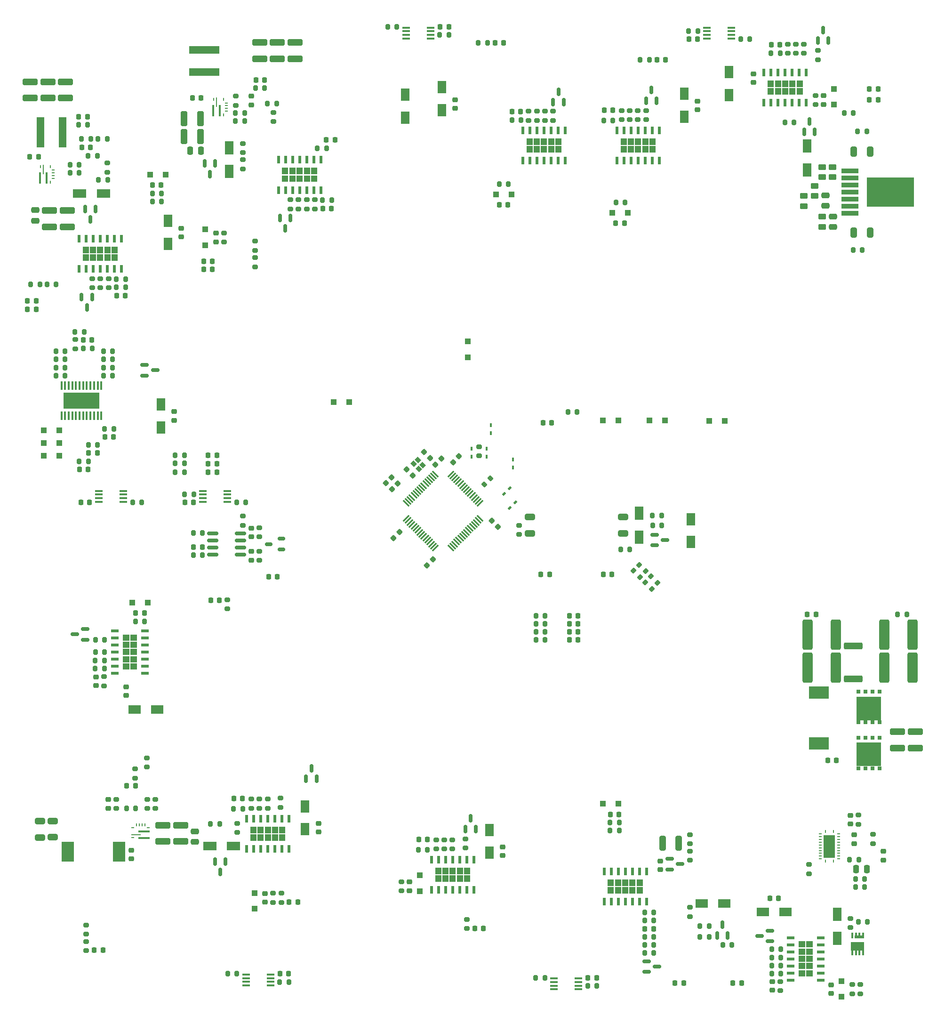
<source format=gbr>
%TF.GenerationSoftware,KiCad,Pcbnew,8.0.5*%
%TF.CreationDate,2025-02-03T18:43:32+01:00*%
%TF.ProjectId,FT25_PDU,46543235-5f50-4445-952e-6b696361645f,V1.2*%
%TF.SameCoordinates,Original*%
%TF.FileFunction,Paste,Top*%
%TF.FilePolarity,Positive*%
%FSLAX46Y46*%
G04 Gerber Fmt 4.6, Leading zero omitted, Abs format (unit mm)*
G04 Created by KiCad (PCBNEW 8.0.5) date 2025-02-03 18:43:32*
%MOMM*%
%LPD*%
G01*
G04 APERTURE LIST*
G04 Aperture macros list*
%AMRoundRect*
0 Rectangle with rounded corners*
0 $1 Rounding radius*
0 $2 $3 $4 $5 $6 $7 $8 $9 X,Y pos of 4 corners*
0 Add a 4 corners polygon primitive as box body*
4,1,4,$2,$3,$4,$5,$6,$7,$8,$9,$2,$3,0*
0 Add four circle primitives for the rounded corners*
1,1,$1+$1,$2,$3*
1,1,$1+$1,$4,$5*
1,1,$1+$1,$6,$7*
1,1,$1+$1,$8,$9*
0 Add four rect primitives between the rounded corners*
20,1,$1+$1,$2,$3,$4,$5,0*
20,1,$1+$1,$4,$5,$6,$7,0*
20,1,$1+$1,$6,$7,$8,$9,0*
20,1,$1+$1,$8,$9,$2,$3,0*%
%AMRotRect*
0 Rectangle, with rotation*
0 The origin of the aperture is its center*
0 $1 length*
0 $2 width*
0 $3 Rotation angle, in degrees counterclockwise*
0 Add horizontal line*
21,1,$1,$2,0,0,$3*%
G04 Aperture macros list end*
%ADD10C,0.000000*%
%ADD11RoundRect,0.200000X0.275000X-0.200000X0.275000X0.200000X-0.275000X0.200000X-0.275000X-0.200000X0*%
%ADD12RoundRect,0.200000X-0.275000X0.200000X-0.275000X-0.200000X0.275000X-0.200000X0.275000X0.200000X0*%
%ADD13RoundRect,0.250000X1.100000X-0.325000X1.100000X0.325000X-1.100000X0.325000X-1.100000X-0.325000X0*%
%ADD14R,0.507200X1.456100*%
%ADD15R,1.550000X2.200000*%
%ADD16RoundRect,0.200000X-0.200000X-0.275000X0.200000X-0.275000X0.200000X0.275000X-0.200000X0.275000X0*%
%ADD17RoundRect,0.150000X-0.150000X0.587500X-0.150000X-0.587500X0.150000X-0.587500X0.150000X0.587500X0*%
%ADD18RoundRect,0.150000X0.150000X-0.587500X0.150000X0.587500X-0.150000X0.587500X-0.150000X-0.587500X0*%
%ADD19RoundRect,0.250000X0.325000X1.100000X-0.325000X1.100000X-0.325000X-1.100000X0.325000X-1.100000X0*%
%ADD20RoundRect,0.218750X0.218750X0.256250X-0.218750X0.256250X-0.218750X-0.256250X0.218750X-0.256250X0*%
%ADD21R,0.420000X0.670000*%
%ADD22RoundRect,0.250000X0.300000X0.300000X-0.300000X0.300000X-0.300000X-0.300000X0.300000X-0.300000X0*%
%ADD23RoundRect,0.225000X-0.250000X0.225000X-0.250000X-0.225000X0.250000X-0.225000X0.250000X0.225000X0*%
%ADD24RoundRect,0.250000X-0.300000X0.300000X-0.300000X-0.300000X0.300000X-0.300000X0.300000X0.300000X0*%
%ADD25RoundRect,0.225000X0.225000X0.250000X-0.225000X0.250000X-0.225000X-0.250000X0.225000X-0.250000X0*%
%ADD26R,1.550000X2.350000*%
%ADD27RoundRect,0.250000X-0.650000X0.325000X-0.650000X-0.325000X0.650000X-0.325000X0.650000X0.325000X0*%
%ADD28RoundRect,0.225000X0.250000X-0.225000X0.250000X0.225000X-0.250000X0.225000X-0.250000X-0.225000X0*%
%ADD29RoundRect,0.225000X-0.225000X-0.250000X0.225000X-0.250000X0.225000X0.250000X-0.225000X0.250000X0*%
%ADD30RoundRect,0.200000X0.200000X0.275000X-0.200000X0.275000X-0.200000X-0.275000X0.200000X-0.275000X0*%
%ADD31R,2.200000X1.550000*%
%ADD32RoundRect,0.250000X-0.450000X0.262500X-0.450000X-0.262500X0.450000X-0.262500X0.450000X0.262500X0*%
%ADD33RoundRect,0.150000X0.587500X0.150000X-0.587500X0.150000X-0.587500X-0.150000X0.587500X-0.150000X0*%
%ADD34R,2.350000X1.550000*%
%ADD35RoundRect,0.150000X0.512500X0.150000X-0.512500X0.150000X-0.512500X-0.150000X0.512500X-0.150000X0*%
%ADD36RoundRect,0.250000X-0.475000X0.250000X-0.475000X-0.250000X0.475000X-0.250000X0.475000X0.250000X0*%
%ADD37RotRect,0.420000X0.670000X315.000000*%
%ADD38RoundRect,0.225000X0.017678X-0.335876X0.335876X-0.017678X-0.017678X0.335876X-0.335876X0.017678X0*%
%ADD39RoundRect,0.250000X0.450000X-0.262500X0.450000X0.262500X-0.450000X0.262500X-0.450000X-0.262500X0*%
%ADD40RoundRect,0.250000X-0.650000X-2.450000X0.650000X-2.450000X0.650000X2.450000X-0.650000X2.450000X0*%
%ADD41RoundRect,0.250000X0.650000X-0.325000X0.650000X0.325000X-0.650000X0.325000X-0.650000X-0.325000X0*%
%ADD42RoundRect,0.250000X0.300000X-0.300000X0.300000X0.300000X-0.300000X0.300000X-0.300000X-0.300000X0*%
%ADD43RoundRect,0.150000X-0.587500X-0.150000X0.587500X-0.150000X0.587500X0.150000X-0.587500X0.150000X0*%
%ADD44R,1.456100X0.507200*%
%ADD45RoundRect,0.250000X-0.325000X-0.650000X0.325000X-0.650000X0.325000X0.650000X-0.325000X0.650000X0*%
%ADD46R,0.600000X0.250000*%
%ADD47R,0.250000X0.600000*%
%ADD48R,0.250000X1.700000*%
%ADD49R,0.400000X2.100000*%
%ADD50RoundRect,0.200000X0.335876X0.053033X0.053033X0.335876X-0.335876X-0.053033X-0.053033X-0.335876X0*%
%ADD51RoundRect,0.250000X0.250000X0.475000X-0.250000X0.475000X-0.250000X-0.475000X0.250000X-0.475000X0*%
%ADD52R,1.475000X0.450000*%
%ADD53RoundRect,0.218750X-0.218750X-0.256250X0.218750X-0.256250X0.218750X0.256250X-0.218750X0.256250X0*%
%ADD54RoundRect,0.225000X-0.017678X0.335876X-0.335876X0.017678X0.017678X-0.335876X0.335876X-0.017678X0*%
%ADD55RoundRect,0.075000X-0.548008X0.441942X0.441942X-0.548008X0.548008X-0.441942X-0.441942X0.548008X0*%
%ADD56RoundRect,0.075000X-0.548008X-0.441942X-0.441942X-0.548008X0.548008X0.441942X0.441942X0.548008X0*%
%ADD57R,1.450000X5.500000*%
%ADD58R,0.381000X1.016000*%
%ADD59R,2.360000X1.522000*%
%ADD60R,1.701800X0.611400*%
%ADD61RoundRect,0.250000X-1.100000X0.325000X-1.100000X-0.325000X1.100000X-0.325000X1.100000X0.325000X0*%
%ADD62RoundRect,0.225000X-0.335876X-0.017678X-0.017678X-0.335876X0.335876X0.017678X0.017678X0.335876X0*%
%ADD63R,0.675000X0.750000*%
%ADD64R,0.675000X0.655000*%
%ADD65R,0.655000X0.675000*%
%ADD66R,4.510000X4.295000*%
%ADD67RoundRect,0.250000X1.425000X-0.362500X1.425000X0.362500X-1.425000X0.362500X-1.425000X-0.362500X0*%
%ADD68RotRect,0.875000X0.775000X135.000000*%
%ADD69RoundRect,0.250000X0.475000X-0.250000X0.475000X0.250000X-0.475000X0.250000X-0.475000X-0.250000X0*%
%ADD70RoundRect,0.225000X0.335876X0.017678X0.017678X0.335876X-0.335876X-0.017678X-0.017678X-0.335876X0*%
%ADD71R,0.450000X1.525000*%
%ADD72R,6.500000X2.870000*%
%ADD73RoundRect,0.250000X0.312500X1.075000X-0.312500X1.075000X-0.312500X-1.075000X0.312500X-1.075000X0*%
%ADD74R,2.300000X3.600000*%
%ADD75R,3.060000X0.890000*%
%ADD76R,8.540000X5.350000*%
%ADD77R,1.700000X0.250000*%
%ADD78R,2.100000X0.400000*%
%ADD79R,5.500000X1.450000*%
%ADD80R,3.600000X2.300000*%
%ADD81RoundRect,0.250000X-0.250000X-0.475000X0.250000X-0.475000X0.250000X0.475000X-0.250000X0.475000X0*%
%ADD82R,2.100000X4.100000*%
%ADD83RoundRect,0.150000X-0.825000X-0.150000X0.825000X-0.150000X0.825000X0.150000X-0.825000X0.150000X0*%
%ADD84RoundRect,0.250000X-0.300000X-0.300000X0.300000X-0.300000X0.300000X0.300000X-0.300000X0.300000X0*%
%ADD85RoundRect,0.250000X0.650000X2.450000X-0.650000X2.450000X-0.650000X-2.450000X0.650000X-2.450000X0*%
%ADD86RoundRect,0.200000X-0.053033X0.335876X-0.335876X0.053033X0.053033X-0.335876X0.335876X-0.053033X0*%
G04 APERTURE END LIST*
D10*
%TO.C,IC2*%
G36*
X160968280Y-83549799D02*
G01*
X159867800Y-83549799D01*
X159867800Y-82378199D01*
X160968280Y-82378199D01*
X160968280Y-83549799D01*
G37*
G36*
X160968280Y-84921399D02*
G01*
X159867800Y-84921399D01*
X159867800Y-83749799D01*
X160968280Y-83749799D01*
X160968280Y-84921399D01*
G37*
G36*
X162268760Y-83549799D02*
G01*
X161168280Y-83549799D01*
X161168280Y-82378199D01*
X162268760Y-82378199D01*
X162268760Y-83549799D01*
G37*
G36*
X162268760Y-84921399D02*
G01*
X161168280Y-84921399D01*
X161168280Y-83749799D01*
X162268760Y-83749799D01*
X162268760Y-84921399D01*
G37*
G36*
X163569240Y-83549799D02*
G01*
X162468760Y-83549799D01*
X162468760Y-82378199D01*
X163569240Y-82378199D01*
X163569240Y-83549799D01*
G37*
G36*
X163569240Y-84921399D02*
G01*
X162468760Y-84921399D01*
X162468760Y-83749799D01*
X163569240Y-83749799D01*
X163569240Y-84921399D01*
G37*
G36*
X164869720Y-83549799D02*
G01*
X163769240Y-83549799D01*
X163769240Y-82378199D01*
X164869720Y-82378199D01*
X164869720Y-83549799D01*
G37*
G36*
X164869720Y-84921399D02*
G01*
X163769240Y-84921399D01*
X163769240Y-83749799D01*
X164869720Y-83749799D01*
X164869720Y-84921399D01*
G37*
G36*
X166170200Y-83549799D02*
G01*
X165069720Y-83549799D01*
X165069720Y-82378199D01*
X166170200Y-82378199D01*
X166170200Y-83549799D01*
G37*
G36*
X166170200Y-84921399D02*
G01*
X165069720Y-84921399D01*
X165069720Y-83749799D01*
X166170200Y-83749799D01*
X166170200Y-84921399D01*
G37*
%TO.C,IC3*%
G36*
X221850280Y-78260200D02*
G01*
X220749800Y-78260200D01*
X220749800Y-77088600D01*
X221850280Y-77088600D01*
X221850280Y-78260200D01*
G37*
G36*
X221850280Y-79631800D02*
G01*
X220749800Y-79631800D01*
X220749800Y-78460200D01*
X221850280Y-78460200D01*
X221850280Y-79631800D01*
G37*
G36*
X223150760Y-78260200D02*
G01*
X222050280Y-78260200D01*
X222050280Y-77088600D01*
X223150760Y-77088600D01*
X223150760Y-78260200D01*
G37*
G36*
X223150760Y-79631800D02*
G01*
X222050280Y-79631800D01*
X222050280Y-78460200D01*
X223150760Y-78460200D01*
X223150760Y-79631800D01*
G37*
G36*
X224451240Y-78260200D02*
G01*
X223350760Y-78260200D01*
X223350760Y-77088600D01*
X224451240Y-77088600D01*
X224451240Y-78260200D01*
G37*
G36*
X224451240Y-79631800D02*
G01*
X223350760Y-79631800D01*
X223350760Y-78460200D01*
X224451240Y-78460200D01*
X224451240Y-79631800D01*
G37*
G36*
X225751720Y-78260200D02*
G01*
X224651240Y-78260200D01*
X224651240Y-77088600D01*
X225751720Y-77088600D01*
X225751720Y-78260200D01*
G37*
G36*
X225751720Y-79631800D02*
G01*
X224651240Y-79631800D01*
X224651240Y-78460200D01*
X225751720Y-78460200D01*
X225751720Y-79631800D01*
G37*
G36*
X227052200Y-78260200D02*
G01*
X225951720Y-78260200D01*
X225951720Y-77088600D01*
X227052200Y-77088600D01*
X227052200Y-78260200D01*
G37*
G36*
X227052200Y-79631800D02*
G01*
X225951720Y-79631800D01*
X225951720Y-78460200D01*
X227052200Y-78460200D01*
X227052200Y-79631800D01*
G37*
%TO.C,IC6*%
G36*
X155250280Y-202070200D02*
G01*
X154149800Y-202070200D01*
X154149800Y-200898600D01*
X155250280Y-200898600D01*
X155250280Y-202070200D01*
G37*
G36*
X155250280Y-203441800D02*
G01*
X154149800Y-203441800D01*
X154149800Y-202270200D01*
X155250280Y-202270200D01*
X155250280Y-203441800D01*
G37*
G36*
X156550760Y-202070200D02*
G01*
X155450280Y-202070200D01*
X155450280Y-200898600D01*
X156550760Y-200898600D01*
X156550760Y-202070200D01*
G37*
G36*
X156550760Y-203441800D02*
G01*
X155450280Y-203441800D01*
X155450280Y-202270200D01*
X156550760Y-202270200D01*
X156550760Y-203441800D01*
G37*
G36*
X157851240Y-202070200D02*
G01*
X156750760Y-202070200D01*
X156750760Y-200898600D01*
X157851240Y-200898600D01*
X157851240Y-202070200D01*
G37*
G36*
X157851240Y-203441800D02*
G01*
X156750760Y-203441800D01*
X156750760Y-202270200D01*
X157851240Y-202270200D01*
X157851240Y-203441800D01*
G37*
G36*
X159151720Y-202070200D02*
G01*
X158051240Y-202070200D01*
X158051240Y-200898600D01*
X159151720Y-200898600D01*
X159151720Y-202070200D01*
G37*
G36*
X159151720Y-203441800D02*
G01*
X158051240Y-203441800D01*
X158051240Y-202270200D01*
X159151720Y-202270200D01*
X159151720Y-203441800D01*
G37*
G36*
X160452200Y-202070200D02*
G01*
X159351720Y-202070200D01*
X159351720Y-200898600D01*
X160452200Y-200898600D01*
X160452200Y-202070200D01*
G37*
G36*
X160452200Y-203441800D02*
G01*
X159351720Y-203441800D01*
X159351720Y-202270200D01*
X160452200Y-202270200D01*
X160452200Y-203441800D01*
G37*
%TO.C,IC8*%
G36*
X132400201Y-167408280D02*
G01*
X131228601Y-167408280D01*
X131228601Y-166307800D01*
X132400201Y-166307800D01*
X132400201Y-167408280D01*
G37*
G36*
X132400201Y-168708760D02*
G01*
X131228601Y-168708760D01*
X131228601Y-167608280D01*
X132400201Y-167608280D01*
X132400201Y-168708760D01*
G37*
G36*
X132400201Y-170009240D02*
G01*
X131228601Y-170009240D01*
X131228601Y-168908760D01*
X132400201Y-168908760D01*
X132400201Y-170009240D01*
G37*
G36*
X132400201Y-171309720D02*
G01*
X131228601Y-171309720D01*
X131228601Y-170209240D01*
X132400201Y-170209240D01*
X132400201Y-171309720D01*
G37*
G36*
X132400201Y-172610200D02*
G01*
X131228601Y-172610200D01*
X131228601Y-171509720D01*
X132400201Y-171509720D01*
X132400201Y-172610200D01*
G37*
G36*
X133771801Y-167408280D02*
G01*
X132600201Y-167408280D01*
X132600201Y-166307800D01*
X133771801Y-166307800D01*
X133771801Y-167408280D01*
G37*
G36*
X133771801Y-168708760D02*
G01*
X132600201Y-168708760D01*
X132600201Y-167608280D01*
X133771801Y-167608280D01*
X133771801Y-168708760D01*
G37*
G36*
X133771801Y-170009240D02*
G01*
X132600201Y-170009240D01*
X132600201Y-168908760D01*
X133771801Y-168908760D01*
X133771801Y-170009240D01*
G37*
G36*
X133771801Y-171309720D02*
G01*
X132600201Y-171309720D01*
X132600201Y-170209240D01*
X133771801Y-170209240D01*
X133771801Y-171309720D01*
G37*
G36*
X133771801Y-172610200D02*
G01*
X132600201Y-172610200D01*
X132600201Y-171509720D01*
X133771801Y-171509720D01*
X133771801Y-172610200D01*
G37*
%TO.C,IC5*%
G36*
X188490280Y-209410201D02*
G01*
X187389800Y-209410201D01*
X187389800Y-208238601D01*
X188490280Y-208238601D01*
X188490280Y-209410201D01*
G37*
G36*
X188490280Y-210781801D02*
G01*
X187389800Y-210781801D01*
X187389800Y-209610201D01*
X188490280Y-209610201D01*
X188490280Y-210781801D01*
G37*
G36*
X189790760Y-209410201D02*
G01*
X188690280Y-209410201D01*
X188690280Y-208238601D01*
X189790760Y-208238601D01*
X189790760Y-209410201D01*
G37*
G36*
X189790760Y-210781801D02*
G01*
X188690280Y-210781801D01*
X188690280Y-209610201D01*
X189790760Y-209610201D01*
X189790760Y-210781801D01*
G37*
G36*
X191091240Y-209410201D02*
G01*
X189990760Y-209410201D01*
X189990760Y-208238601D01*
X191091240Y-208238601D01*
X191091240Y-209410201D01*
G37*
G36*
X191091240Y-210781801D02*
G01*
X189990760Y-210781801D01*
X189990760Y-209610201D01*
X191091240Y-209610201D01*
X191091240Y-210781801D01*
G37*
G36*
X192391720Y-209410201D02*
G01*
X191291240Y-209410201D01*
X191291240Y-208238601D01*
X192391720Y-208238601D01*
X192391720Y-209410201D01*
G37*
G36*
X192391720Y-210781801D02*
G01*
X191291240Y-210781801D01*
X191291240Y-209610201D01*
X192391720Y-209610201D01*
X192391720Y-210781801D01*
G37*
G36*
X193692200Y-209410201D02*
G01*
X192591720Y-209410201D01*
X192591720Y-208238601D01*
X193692200Y-208238601D01*
X193692200Y-209410201D01*
G37*
G36*
X193692200Y-210781801D02*
G01*
X192591720Y-210781801D01*
X192591720Y-209610201D01*
X193692200Y-209610201D01*
X193692200Y-210781801D01*
G37*
%TO.C,IC10*%
G36*
X219548281Y-211509799D02*
G01*
X218447801Y-211509799D01*
X218447801Y-210338199D01*
X219548281Y-210338199D01*
X219548281Y-211509799D01*
G37*
G36*
X219548281Y-212881399D02*
G01*
X218447801Y-212881399D01*
X218447801Y-211709799D01*
X219548281Y-211709799D01*
X219548281Y-212881399D01*
G37*
G36*
X220848761Y-211509799D02*
G01*
X219748281Y-211509799D01*
X219748281Y-210338199D01*
X220848761Y-210338199D01*
X220848761Y-211509799D01*
G37*
G36*
X220848761Y-212881399D02*
G01*
X219748281Y-212881399D01*
X219748281Y-211709799D01*
X220848761Y-211709799D01*
X220848761Y-212881399D01*
G37*
G36*
X222149241Y-211509799D02*
G01*
X221048761Y-211509799D01*
X221048761Y-210338199D01*
X222149241Y-210338199D01*
X222149241Y-211509799D01*
G37*
G36*
X222149241Y-212881399D02*
G01*
X221048761Y-212881399D01*
X221048761Y-211709799D01*
X222149241Y-211709799D01*
X222149241Y-212881399D01*
G37*
G36*
X223449721Y-211509799D02*
G01*
X222349241Y-211509799D01*
X222349241Y-210338199D01*
X223449721Y-210338199D01*
X223449721Y-211509799D01*
G37*
G36*
X223449721Y-212881399D02*
G01*
X222349241Y-212881399D01*
X222349241Y-211709799D01*
X223449721Y-211709799D01*
X223449721Y-212881399D01*
G37*
G36*
X224750201Y-211509799D02*
G01*
X223649721Y-211509799D01*
X223649721Y-210338199D01*
X224750201Y-210338199D01*
X224750201Y-211509799D01*
G37*
G36*
X224750201Y-212881399D02*
G01*
X223649721Y-212881399D01*
X223649721Y-211709799D01*
X224750201Y-211709799D01*
X224750201Y-212881399D01*
G37*
%TO.C,IC7*%
G36*
X125078280Y-97749799D02*
G01*
X123977800Y-97749799D01*
X123977800Y-96578199D01*
X125078280Y-96578199D01*
X125078280Y-97749799D01*
G37*
G36*
X125078280Y-99121399D02*
G01*
X123977800Y-99121399D01*
X123977800Y-97949799D01*
X125078280Y-97949799D01*
X125078280Y-99121399D01*
G37*
G36*
X126378760Y-97749799D02*
G01*
X125278280Y-97749799D01*
X125278280Y-96578199D01*
X126378760Y-96578199D01*
X126378760Y-97749799D01*
G37*
G36*
X126378760Y-99121399D02*
G01*
X125278280Y-99121399D01*
X125278280Y-97949799D01*
X126378760Y-97949799D01*
X126378760Y-99121399D01*
G37*
G36*
X127679240Y-97749799D02*
G01*
X126578760Y-97749799D01*
X126578760Y-96578199D01*
X127679240Y-96578199D01*
X127679240Y-97749799D01*
G37*
G36*
X127679240Y-99121399D02*
G01*
X126578760Y-99121399D01*
X126578760Y-97949799D01*
X127679240Y-97949799D01*
X127679240Y-99121399D01*
G37*
G36*
X128979720Y-97749799D02*
G01*
X127879240Y-97749799D01*
X127879240Y-96578199D01*
X128979720Y-96578199D01*
X128979720Y-97749799D01*
G37*
G36*
X128979720Y-99121399D02*
G01*
X127879240Y-99121399D01*
X127879240Y-97949799D01*
X128979720Y-97949799D01*
X128979720Y-99121399D01*
G37*
G36*
X130280200Y-97749799D02*
G01*
X129179720Y-97749799D01*
X129179720Y-96578199D01*
X130280200Y-96578199D01*
X130280200Y-97749799D01*
G37*
G36*
X130280200Y-99121399D02*
G01*
X129179720Y-99121399D01*
X129179720Y-97949799D01*
X130280200Y-97949799D01*
X130280200Y-99121399D01*
G37*
%TO.C,IC4*%
G36*
X248320280Y-67840200D02*
G01*
X247219800Y-67840200D01*
X247219800Y-66668600D01*
X248320280Y-66668600D01*
X248320280Y-67840200D01*
G37*
G36*
X248320280Y-69211800D02*
G01*
X247219800Y-69211800D01*
X247219800Y-68040200D01*
X248320280Y-68040200D01*
X248320280Y-69211800D01*
G37*
G36*
X249620760Y-67840200D02*
G01*
X248520280Y-67840200D01*
X248520280Y-66668600D01*
X249620760Y-66668600D01*
X249620760Y-67840200D01*
G37*
G36*
X249620760Y-69211800D02*
G01*
X248520280Y-69211800D01*
X248520280Y-68040200D01*
X249620760Y-68040200D01*
X249620760Y-69211800D01*
G37*
G36*
X250921240Y-67840200D02*
G01*
X249820760Y-67840200D01*
X249820760Y-66668600D01*
X250921240Y-66668600D01*
X250921240Y-67840200D01*
G37*
G36*
X250921240Y-69211800D02*
G01*
X249820760Y-69211800D01*
X249820760Y-68040200D01*
X250921240Y-68040200D01*
X250921240Y-69211800D01*
G37*
G36*
X252221720Y-67840200D02*
G01*
X251121240Y-67840200D01*
X251121240Y-66668600D01*
X252221720Y-66668600D01*
X252221720Y-67840200D01*
G37*
G36*
X252221720Y-69211800D02*
G01*
X251121240Y-69211800D01*
X251121240Y-68040200D01*
X252221720Y-68040200D01*
X252221720Y-69211800D01*
G37*
G36*
X253522200Y-67840200D02*
G01*
X252421720Y-67840200D01*
X252421720Y-66668600D01*
X253522200Y-66668600D01*
X253522200Y-67840200D01*
G37*
G36*
X253522200Y-69211800D02*
G01*
X252421720Y-69211800D01*
X252421720Y-68040200D01*
X253522200Y-68040200D01*
X253522200Y-69211800D01*
G37*
%TO.C,IC11*%
G36*
X204919420Y-78252542D02*
G01*
X203818940Y-78252542D01*
X203818940Y-77080942D01*
X204919420Y-77080942D01*
X204919420Y-78252542D01*
G37*
G36*
X204919420Y-79624142D02*
G01*
X203818940Y-79624142D01*
X203818940Y-78452542D01*
X204919420Y-78452542D01*
X204919420Y-79624142D01*
G37*
G36*
X206219900Y-78252542D02*
G01*
X205119420Y-78252542D01*
X205119420Y-77080942D01*
X206219900Y-77080942D01*
X206219900Y-78252542D01*
G37*
G36*
X206219900Y-79624142D02*
G01*
X205119420Y-79624142D01*
X205119420Y-78452542D01*
X206219900Y-78452542D01*
X206219900Y-79624142D01*
G37*
G36*
X207520380Y-78252542D02*
G01*
X206419900Y-78252542D01*
X206419900Y-77080942D01*
X207520380Y-77080942D01*
X207520380Y-78252542D01*
G37*
G36*
X207520380Y-79624142D02*
G01*
X206419900Y-79624142D01*
X206419900Y-78452542D01*
X207520380Y-78452542D01*
X207520380Y-79624142D01*
G37*
G36*
X208820860Y-78252542D02*
G01*
X207720380Y-78252542D01*
X207720380Y-77080942D01*
X208820860Y-77080942D01*
X208820860Y-78252542D01*
G37*
G36*
X208820860Y-79624142D02*
G01*
X207720380Y-79624142D01*
X207720380Y-78452542D01*
X208820860Y-78452542D01*
X208820860Y-79624142D01*
G37*
G36*
X210121340Y-78252542D02*
G01*
X209020860Y-78252542D01*
X209020860Y-77080942D01*
X210121340Y-77080942D01*
X210121340Y-78252542D01*
G37*
G36*
X210121340Y-79624142D02*
G01*
X209020860Y-79624142D01*
X209020860Y-78452542D01*
X210121340Y-78452542D01*
X210121340Y-79624142D01*
G37*
%TO.C,IC1*%
G36*
X253980201Y-222588280D02*
G01*
X252808601Y-222588280D01*
X252808601Y-221487800D01*
X253980201Y-221487800D01*
X253980201Y-222588280D01*
G37*
G36*
X253980201Y-223888760D02*
G01*
X252808601Y-223888760D01*
X252808601Y-222788280D01*
X253980201Y-222788280D01*
X253980201Y-223888760D01*
G37*
G36*
X253980201Y-225189240D02*
G01*
X252808601Y-225189240D01*
X252808601Y-224088760D01*
X253980201Y-224088760D01*
X253980201Y-225189240D01*
G37*
G36*
X253980201Y-226489720D02*
G01*
X252808601Y-226489720D01*
X252808601Y-225389240D01*
X253980201Y-225389240D01*
X253980201Y-226489720D01*
G37*
G36*
X253980201Y-227790200D02*
G01*
X252808601Y-227790200D01*
X252808601Y-226689720D01*
X253980201Y-226689720D01*
X253980201Y-227790200D01*
G37*
G36*
X255351801Y-222588280D02*
G01*
X254180201Y-222588280D01*
X254180201Y-221487800D01*
X255351801Y-221487800D01*
X255351801Y-222588280D01*
G37*
G36*
X255351801Y-223888760D02*
G01*
X254180201Y-223888760D01*
X254180201Y-222788280D01*
X255351801Y-222788280D01*
X255351801Y-223888760D01*
G37*
G36*
X255351801Y-225189240D02*
G01*
X254180201Y-225189240D01*
X254180201Y-224088760D01*
X255351801Y-224088760D01*
X255351801Y-225189240D01*
G37*
G36*
X255351801Y-226489720D02*
G01*
X254180201Y-226489720D01*
X254180201Y-225389240D01*
X255351801Y-225389240D01*
X255351801Y-226489720D01*
G37*
G36*
X255351801Y-227790200D02*
G01*
X254180201Y-227790200D01*
X254180201Y-226689720D01*
X255351801Y-226689720D01*
X255351801Y-227790200D01*
G37*
%TD*%
D11*
%TO.C,R38*%
X161375000Y-89780000D03*
X161375000Y-88130000D03*
%TD*%
D12*
%TO.C,R75*%
X128645000Y-102310000D03*
X128645000Y-103960000D03*
%TD*%
D13*
%TO.C,C87*%
X162225000Y-62750000D03*
X162225000Y-59800000D03*
%TD*%
D14*
%TO.C,IC2*%
X159209000Y-86371749D03*
X160479000Y-86371749D03*
X161749000Y-86371749D03*
X163019000Y-86371749D03*
X164289000Y-86371749D03*
X165559000Y-86371749D03*
X166829000Y-86371749D03*
X166829000Y-80927849D03*
X165559000Y-80927849D03*
X164289000Y-80927849D03*
X163019000Y-80927849D03*
X161749000Y-80927849D03*
X160479000Y-80927849D03*
X159209000Y-80927849D03*
%TD*%
D15*
%TO.C,D35*%
X139345000Y-91945000D03*
X139345000Y-96045000D03*
%TD*%
D16*
%TO.C,R171*%
X121730000Y-83275000D03*
X123380000Y-83275000D03*
%TD*%
D17*
%TO.C,D36*%
X125700000Y-105597500D03*
X123800000Y-105597500D03*
X124750000Y-107472500D03*
%TD*%
D18*
%TO.C,D32*%
X164190000Y-192252498D03*
X166090000Y-192252498D03*
X165140000Y-190377498D03*
%TD*%
D11*
%TO.C,R132*%
X135615001Y-197600000D03*
X135615001Y-195950000D03*
%TD*%
D16*
%TO.C,R157*%
X155090000Y-68065000D03*
X156740000Y-68065000D03*
%TD*%
D19*
%TO.C,C81*%
X145160000Y-76725000D03*
X142210000Y-76725000D03*
%TD*%
D12*
%TO.C,R128*%
X135545001Y-188490000D03*
X135545001Y-190140000D03*
%TD*%
D20*
%TO.C,D66*%
X267082500Y-70155000D03*
X265507500Y-70155000D03*
%TD*%
D16*
%TO.C,R172*%
X126760000Y-77225000D03*
X128410000Y-77225000D03*
%TD*%
D21*
%TO.C,D2*%
X193990000Y-132900000D03*
X193990000Y-134350000D03*
%TD*%
D22*
%TO.C,D70*%
X220339999Y-127854999D03*
X217540001Y-127854999D03*
%TD*%
D16*
%TO.C,R131*%
X146980000Y-200415000D03*
X148630000Y-200415000D03*
%TD*%
D12*
%TO.C,R92*%
X254645000Y-207690000D03*
X254645000Y-209340000D03*
%TD*%
D16*
%TO.C,R139*%
X263380001Y-75855000D03*
X265030001Y-75855000D03*
%TD*%
D23*
%TO.C,C37*%
X156795000Y-212900001D03*
X156795000Y-214450001D03*
%TD*%
D16*
%TO.C,R20*%
X119180477Y-118297452D03*
X120830477Y-118297452D03*
%TD*%
D13*
%TO.C,C67*%
X138414747Y-203538428D03*
X138414747Y-200588428D03*
%TD*%
D24*
%TO.C,D17*%
X146065000Y-93480000D03*
X146065000Y-96280000D03*
%TD*%
D25*
%TO.C,C35*%
X185980000Y-203145000D03*
X184430000Y-203145000D03*
%TD*%
D16*
%TO.C,R111*%
X225100000Y-220675000D03*
X226750000Y-220675000D03*
%TD*%
D11*
%TO.C,R151*%
X154995000Y-100190000D03*
X154995000Y-98540000D03*
%TD*%
D16*
%TO.C,R31*%
X247950000Y-222935000D03*
X249600000Y-222935000D03*
%TD*%
D20*
%TO.C,D7*%
X213122500Y-167295000D03*
X211547500Y-167295000D03*
%TD*%
D26*
%TO.C,D65*%
X254335000Y-82740000D03*
X254335000Y-78440000D03*
%TD*%
D27*
%TO.C,C60*%
X221205000Y-145200000D03*
X221205000Y-148150000D03*
%TD*%
D11*
%TO.C,R55*%
X250845000Y-61809999D03*
X250845000Y-60159999D03*
%TD*%
D25*
%TO.C,C59*%
X125210000Y-142575000D03*
X123660000Y-142575000D03*
%TD*%
D16*
%TO.C,R28*%
X188233000Y-58485000D03*
X189883000Y-58485000D03*
%TD*%
D28*
%TO.C,C36*%
X166425000Y-201809999D03*
X166425000Y-200259999D03*
%TD*%
D12*
%TO.C,R117*%
X202525000Y-146680000D03*
X202525000Y-148330000D03*
%TD*%
D29*
%TO.C,C40*%
X136560000Y-85505000D03*
X138110000Y-85505000D03*
%TD*%
D30*
%TO.C,R58*%
X249460001Y-61734999D03*
X247810001Y-61734999D03*
%TD*%
D14*
%TO.C,IC3*%
X227711000Y-75638250D03*
X226441000Y-75638250D03*
X225171000Y-75638250D03*
X223901000Y-75638250D03*
X222631000Y-75638250D03*
X221361000Y-75638250D03*
X220091000Y-75638250D03*
X220091000Y-81082150D03*
X221361000Y-81082150D03*
X222631000Y-81082150D03*
X223901000Y-81082150D03*
X225171000Y-81082150D03*
X226441000Y-81082150D03*
X227711000Y-81082150D03*
%TD*%
D15*
%TO.C,D15*%
X182037559Y-69250000D03*
X182037559Y-73350000D03*
%TD*%
D12*
%TO.C,R129*%
X133455000Y-190480000D03*
X133455000Y-192130000D03*
%TD*%
D30*
%TO.C,R34*%
X249600000Y-227315000D03*
X247950000Y-227315000D03*
%TD*%
D16*
%TO.C,R142*%
X123350000Y-135165000D03*
X125000000Y-135165000D03*
%TD*%
%TO.C,R159*%
X151470000Y-72545000D03*
X153120000Y-72545000D03*
%TD*%
D30*
%TO.C,R50*%
X221580000Y-88595000D03*
X219930000Y-88595000D03*
%TD*%
D31*
%TO.C,D11*%
X246345000Y-216165000D03*
X250445000Y-216165000D03*
%TD*%
D32*
%TO.C,R135*%
X258905000Y-82229354D03*
X258905000Y-84054354D03*
%TD*%
D21*
%TO.C,D6*%
X201440000Y-136320000D03*
X201440000Y-134870000D03*
%TD*%
D30*
%TO.C,R94*%
X264690000Y-211725000D03*
X263040000Y-211725000D03*
%TD*%
D16*
%TO.C,R80*%
X126280000Y-167245000D03*
X127930000Y-167245000D03*
%TD*%
%TO.C,R124*%
X195170001Y-59895000D03*
X196820001Y-59895000D03*
%TD*%
D29*
%TO.C,C58*%
X124113529Y-113339864D03*
X125663529Y-113339864D03*
%TD*%
D11*
%TO.C,R3*%
X152815001Y-146670000D03*
X152815001Y-145020000D03*
%TD*%
D30*
%TO.C,R22*%
X143967000Y-141115000D03*
X142317000Y-141115000D03*
%TD*%
%TO.C,R91*%
X264690000Y-210265000D03*
X263040000Y-210265000D03*
%TD*%
D12*
%TO.C,R40*%
X164295000Y-88130000D03*
X164295000Y-89780000D03*
%TD*%
D33*
%TO.C,D12*%
X247652500Y-221450000D03*
X247652500Y-219550000D03*
X245777500Y-220500000D03*
%TD*%
D22*
%TO.C,D77*%
X171929999Y-124525000D03*
X169130001Y-124525000D03*
%TD*%
D34*
%TO.C,D63*%
X146840000Y-204365000D03*
X151140000Y-204365000D03*
%TD*%
D11*
%TO.C,R133*%
X137075000Y-197600000D03*
X137075000Y-195950000D03*
%TD*%
D12*
%TO.C,R120*%
X208614140Y-72222341D03*
X208614140Y-73872341D03*
%TD*%
D11*
%TO.C,R67*%
X157265000Y-197550000D03*
X157265000Y-195900000D03*
%TD*%
D22*
%TO.C,D48*%
X119750000Y-131855000D03*
X116950000Y-131855000D03*
%TD*%
D16*
%TO.C,R16*%
X205530000Y-164375000D03*
X207180000Y-164375000D03*
%TD*%
D12*
%TO.C,R39*%
X162835000Y-88130000D03*
X162835000Y-89780000D03*
%TD*%
D16*
%TO.C,R14*%
X205530000Y-167295000D03*
X207180000Y-167295000D03*
%TD*%
D34*
%TO.C,D72*%
X123429999Y-87035000D03*
X127730001Y-87035000D03*
%TD*%
D29*
%TO.C,C70*%
X131930000Y-193525000D03*
X133480000Y-193525000D03*
%TD*%
D15*
%TO.C,D27*%
X197145000Y-201465001D03*
X197145000Y-205565001D03*
%TD*%
D12*
%TO.C,R35*%
X263865000Y-229250000D03*
X263865000Y-230900000D03*
%TD*%
D25*
%TO.C,C57*%
X226700000Y-219215000D03*
X225150000Y-219215000D03*
%TD*%
%TO.C,C79*%
X145280000Y-69785000D03*
X143730000Y-69785000D03*
%TD*%
D17*
%TO.C,D16*%
X161350000Y-91417499D03*
X159450000Y-91417499D03*
X160400000Y-93292499D03*
%TD*%
D18*
%TO.C,Q4*%
X254745000Y-74062499D03*
X253795000Y-75937500D03*
X255695000Y-75937500D03*
%TD*%
D35*
%TO.C,D1*%
X159722500Y-150999999D03*
X159722500Y-149100001D03*
X157447500Y-150050000D03*
%TD*%
D16*
%TO.C,R49*%
X224280000Y-62985000D03*
X225930000Y-62985000D03*
%TD*%
D29*
%TO.C,C45*%
X258040000Y-188985000D03*
X259590000Y-188985000D03*
%TD*%
D22*
%TO.C,D49*%
X119750000Y-134155000D03*
X116950000Y-134155000D03*
%TD*%
D20*
%TO.C,D54*%
X232142500Y-228995000D03*
X230567500Y-228995000D03*
%TD*%
D23*
%TO.C,C46*%
X262115000Y-198820000D03*
X262115000Y-200370000D03*
%TD*%
D29*
%TO.C,C95*%
X123850000Y-78685000D03*
X125400000Y-78685000D03*
%TD*%
D22*
%TO.C,D47*%
X119750000Y-129555000D03*
X116950000Y-129555000D03*
%TD*%
D30*
%TO.C,R83*%
X127910000Y-172475000D03*
X126260000Y-172475000D03*
%TD*%
D11*
%TO.C,R152*%
X158275000Y-74080000D03*
X158275000Y-72430000D03*
%TD*%
D36*
%TO.C,C94*%
X115465000Y-89995000D03*
X115465000Y-91895000D03*
%TD*%
D30*
%TO.C,R145*%
X129370000Y-118294999D03*
X127720000Y-118294999D03*
%TD*%
D11*
%TO.C,R170*%
X128414999Y-83170000D03*
X128414999Y-81520000D03*
%TD*%
D12*
%TO.C,R41*%
X165755000Y-88130000D03*
X165755000Y-89780000D03*
%TD*%
D37*
%TO.C,D4*%
X201864177Y-142573102D03*
X200838873Y-143598406D03*
%TD*%
D38*
%TO.C,C6*%
X179932703Y-148977800D03*
X181028719Y-147881784D03*
%TD*%
D30*
%TO.C,R116*%
X222430000Y-151015000D03*
X220780000Y-151015000D03*
%TD*%
D14*
%TO.C,IC6*%
X161111000Y-199448250D03*
X159841000Y-199448250D03*
X158571000Y-199448250D03*
X157301000Y-199448250D03*
X156031000Y-199448250D03*
X154761000Y-199448250D03*
X153491000Y-199448250D03*
X153491000Y-204892150D03*
X154761000Y-204892150D03*
X156031000Y-204892150D03*
X157301000Y-204892150D03*
X158571000Y-204892150D03*
X159841000Y-204892150D03*
X161111000Y-204892150D03*
%TD*%
D30*
%TO.C,R72*%
X152790000Y-197664999D03*
X151140000Y-197664999D03*
%TD*%
D23*
%TO.C,C44*%
X126365000Y-173930001D03*
X126365000Y-175480001D03*
%TD*%
D28*
%TO.C,C11*%
X154334999Y-152940001D03*
X154334999Y-151390001D03*
%TD*%
D30*
%TO.C,R113*%
X220520000Y-200105000D03*
X218870000Y-200105000D03*
%TD*%
D33*
%TO.C,D40*%
X124442500Y-167240001D03*
X124442500Y-165340001D03*
X122567499Y-166290001D03*
%TD*%
D16*
%TO.C,R143*%
X125000000Y-132235000D03*
X126650000Y-132235000D03*
%TD*%
%TO.C,R21*%
X151683000Y-142575000D03*
X153333000Y-142575000D03*
%TD*%
D38*
%TO.C,C4*%
X185942530Y-153892947D03*
X187038546Y-152796931D03*
%TD*%
D25*
%TO.C,C64*%
X202789140Y-72297341D03*
X201239140Y-72297341D03*
%TD*%
D30*
%TO.C,R168*%
X116270000Y-103335000D03*
X114620000Y-103335000D03*
%TD*%
D26*
%TO.C,D43*%
X259695000Y-216660000D03*
X259695000Y-220960000D03*
%TD*%
D28*
%TO.C,C39*%
X141745000Y-94790000D03*
X141745000Y-93240000D03*
%TD*%
D39*
%TO.C,R141*%
X253745000Y-89254356D03*
X253745000Y-87429356D03*
%TD*%
D20*
%TO.C,D58*%
X208012500Y-155475000D03*
X206437500Y-155475000D03*
%TD*%
D16*
%TO.C,R173*%
X124073528Y-114829864D03*
X125723528Y-114829864D03*
%TD*%
D40*
%TO.C,C52*%
X268185832Y-172259609D03*
X273285832Y-172259609D03*
%TD*%
D13*
%TO.C,C90*%
X117725000Y-69850000D03*
X117725000Y-66900000D03*
%TD*%
D16*
%TO.C,R97*%
X119180477Y-119757452D03*
X120830477Y-119757452D03*
%TD*%
%TO.C,R79*%
X130040000Y-102415000D03*
X131690000Y-102415000D03*
%TD*%
%TO.C,R112*%
X225100000Y-217755000D03*
X226750000Y-217755000D03*
%TD*%
D28*
%TO.C,C34*%
X182785000Y-212360000D03*
X182785000Y-210810000D03*
%TD*%
D30*
%TO.C,R125*%
X200580001Y-85285000D03*
X198930001Y-85285000D03*
%TD*%
D18*
%TO.C,Q6*%
X239075000Y-218532499D03*
X238125000Y-220407500D03*
X240025000Y-220407500D03*
%TD*%
D13*
%TO.C,C91*%
X120925000Y-69850000D03*
X120925000Y-66900000D03*
%TD*%
D41*
%TO.C,C98*%
X118615000Y-202780001D03*
X118615000Y-199829999D03*
%TD*%
D16*
%TO.C,R108*%
X239160000Y-222125000D03*
X240810000Y-222125000D03*
%TD*%
D42*
%TO.C,D76*%
X193275000Y-116429999D03*
X193275000Y-113630001D03*
%TD*%
D43*
%TO.C,D52*%
X225427500Y-225080000D03*
X225427500Y-226980000D03*
X227302500Y-226030000D03*
%TD*%
D11*
%TO.C,R123*%
X204234140Y-73872341D03*
X204234140Y-72222341D03*
%TD*%
D12*
%TO.C,R156*%
X152795000Y-77990000D03*
X152795000Y-79640000D03*
%TD*%
D22*
%TO.C,D41*%
X135679999Y-160565000D03*
X132880001Y-160565000D03*
%TD*%
D16*
%TO.C,R78*%
X136510000Y-86975000D03*
X138160000Y-86975000D03*
%TD*%
D23*
%TO.C,C53*%
X268075000Y-205300000D03*
X268075000Y-206850000D03*
%TD*%
D25*
%TO.C,C24*%
X169365000Y-77372441D03*
X167815000Y-77372441D03*
%TD*%
D44*
%TO.C,IC8*%
X129778251Y-165649000D03*
X129778251Y-166919000D03*
X129778251Y-168189000D03*
X129778251Y-169459000D03*
X129778251Y-170729000D03*
X129778251Y-171999000D03*
X129778251Y-173269000D03*
X135222151Y-173269000D03*
X135222151Y-171999000D03*
X135222151Y-170729000D03*
X135222151Y-169459000D03*
X135222151Y-168189000D03*
X135222151Y-166919000D03*
X135222151Y-165649000D03*
%TD*%
D11*
%TO.C,R68*%
X155805000Y-197549999D03*
X155805000Y-195899999D03*
%TD*%
D17*
%TO.C,Q2*%
X148743200Y-209025501D03*
X149693200Y-207150500D03*
X147793200Y-207150500D03*
%TD*%
D12*
%TO.C,R5*%
X195325000Y-132530000D03*
X195325000Y-134180000D03*
%TD*%
D16*
%TO.C,R148*%
X140640000Y-134065000D03*
X142290000Y-134065000D03*
%TD*%
D11*
%TO.C,R57*%
X255825000Y-71009999D03*
X255825000Y-69359999D03*
%TD*%
D30*
%TO.C,R134*%
X133530000Y-197555000D03*
X131880000Y-197555000D03*
%TD*%
D12*
%TO.C,R2*%
X155795000Y-151340000D03*
X155795000Y-152990000D03*
%TD*%
D45*
%TO.C,C73*%
X262719999Y-79481855D03*
X265669999Y-79481855D03*
%TD*%
D27*
%TO.C,C61*%
X204425000Y-145200000D03*
X204425000Y-148150000D03*
%TD*%
D22*
%TO.C,D71*%
X228739999Y-127855001D03*
X225940001Y-127855001D03*
%TD*%
D30*
%TO.C,R51*%
X219389999Y-73854999D03*
X217739999Y-73854999D03*
%TD*%
%TO.C,R82*%
X127910000Y-170985000D03*
X126260000Y-170985000D03*
%TD*%
D12*
%TO.C,R66*%
X159574999Y-195729999D03*
X159574999Y-197379999D03*
%TD*%
D11*
%TO.C,R130*%
X130035000Y-197610000D03*
X130035000Y-195960000D03*
%TD*%
D28*
%TO.C,C33*%
X199555000Y-206030000D03*
X199555000Y-204480000D03*
%TD*%
D46*
%TO.C,IC17*%
X149810000Y-72209999D03*
X149810000Y-71709999D03*
X149810000Y-71209999D03*
X149810000Y-70709999D03*
D47*
X149340000Y-70059999D03*
D48*
X148040000Y-70609999D03*
D47*
X147540000Y-70059999D03*
D49*
X147460000Y-72109999D03*
X148620000Y-72109999D03*
D47*
X149340000Y-72859999D03*
%TD*%
D42*
%TO.C,D25*%
X259165000Y-71040000D03*
X259165000Y-68240000D03*
%TD*%
D13*
%TO.C,C68*%
X141614747Y-203538427D03*
X141614747Y-200588427D03*
%TD*%
D50*
%TO.C,R6*%
X224244576Y-155993363D03*
X223077850Y-154826637D03*
%TD*%
D20*
%TO.C,D38*%
X115632500Y-107795000D03*
X114057500Y-107795000D03*
%TD*%
D16*
%TO.C,R101*%
X132989999Y-142575000D03*
X134639999Y-142575000D03*
%TD*%
D20*
%TO.C,D22*%
X228852500Y-62985000D03*
X227277500Y-62985000D03*
%TD*%
D43*
%TO.C,Q3*%
X228751047Y-149335951D03*
X226876046Y-148385951D03*
X226876046Y-150285951D03*
%TD*%
D12*
%TO.C,R52*%
X256244999Y-61299999D03*
X256244999Y-62949999D03*
%TD*%
D30*
%TO.C,R30*%
X234657000Y-57815001D03*
X233007000Y-57815001D03*
%TD*%
D16*
%TO.C,R167*%
X123230000Y-74645000D03*
X124880000Y-74645000D03*
%TD*%
D51*
%TO.C,C83*%
X145245001Y-79315000D03*
X143345001Y-79315000D03*
%TD*%
D11*
%TO.C,R103*%
X233195000Y-206930000D03*
X233195000Y-205280000D03*
%TD*%
D30*
%TO.C,R126*%
X202849141Y-73797341D03*
X201199141Y-73797341D03*
%TD*%
D12*
%TO.C,R71*%
X158255000Y-212850001D03*
X158255000Y-214500001D03*
%TD*%
D52*
%TO.C,U3*%
X131337001Y-142430002D03*
X131337001Y-141780002D03*
X131337001Y-141130002D03*
X131337001Y-140480002D03*
X126913001Y-140480002D03*
X126913001Y-141130002D03*
X126913001Y-141780002D03*
X126913001Y-142430002D03*
%TD*%
D20*
%TO.C,D62*%
X199742501Y-59895000D03*
X198167501Y-59895000D03*
%TD*%
D31*
%TO.C,D51*%
X239445000Y-214674999D03*
X235345000Y-214674999D03*
%TD*%
D12*
%TO.C,R42*%
X149425000Y-94100000D03*
X149425000Y-95750000D03*
%TD*%
D50*
%TO.C,R4*%
X226339429Y-158095789D03*
X225172703Y-156929063D03*
%TD*%
D53*
%TO.C,D14*%
X240937500Y-229025000D03*
X242512500Y-229025000D03*
%TD*%
D54*
%TO.C,C3*%
X188530018Y-134654210D03*
X187434002Y-135750226D03*
%TD*%
D42*
%TO.C,D29*%
X184665000Y-212440001D03*
X184665000Y-209640001D03*
%TD*%
D55*
%TO.C,U2*%
X187473819Y-137425519D03*
X187120266Y-137779072D03*
X186766713Y-138132625D03*
X186413159Y-138486179D03*
X186059606Y-138839732D03*
X185706052Y-139193286D03*
X185352499Y-139546839D03*
X184998946Y-139900392D03*
X184645392Y-140253946D03*
X184291839Y-140607499D03*
X183938286Y-140961052D03*
X183584732Y-141314606D03*
X183231179Y-141668159D03*
X182877625Y-142021713D03*
X182524072Y-142375266D03*
X182170519Y-142728819D03*
D56*
X182170519Y-145451181D03*
X182524072Y-145804734D03*
X182877625Y-146158287D03*
X183231179Y-146511841D03*
X183584732Y-146865394D03*
X183938286Y-147218948D03*
X184291839Y-147572501D03*
X184645392Y-147926054D03*
X184998946Y-148279608D03*
X185352499Y-148633161D03*
X185706052Y-148986714D03*
X186059606Y-149340268D03*
X186413159Y-149693821D03*
X186766713Y-150047375D03*
X187120266Y-150400928D03*
X187473819Y-150754481D03*
D55*
X190196181Y-150754481D03*
X190549734Y-150400928D03*
X190903287Y-150047375D03*
X191256841Y-149693821D03*
X191610394Y-149340268D03*
X191963948Y-148986714D03*
X192317501Y-148633161D03*
X192671054Y-148279608D03*
X193024608Y-147926054D03*
X193378161Y-147572501D03*
X193731714Y-147218948D03*
X194085268Y-146865394D03*
X194438821Y-146511841D03*
X194792375Y-146158287D03*
X195145928Y-145804734D03*
X195499481Y-145451181D03*
D56*
X195499481Y-142728819D03*
X195145928Y-142375266D03*
X194792375Y-142021713D03*
X194438821Y-141668159D03*
X194085268Y-141314606D03*
X193731714Y-140961052D03*
X193378161Y-140607499D03*
X193024608Y-140253946D03*
X192671054Y-139900392D03*
X192317501Y-139546839D03*
X191963948Y-139193286D03*
X191610394Y-138839732D03*
X191256841Y-138486179D03*
X190903287Y-138132625D03*
X190549734Y-137779072D03*
X190196181Y-137425519D03*
%TD*%
D11*
%TO.C,R46*%
X223865000Y-73740000D03*
X223865000Y-72090000D03*
%TD*%
D12*
%TO.C,R160*%
X152795000Y-80950000D03*
X152795000Y-82600000D03*
%TD*%
%TO.C,R74*%
X127185000Y-102310000D03*
X127185000Y-103960000D03*
%TD*%
D41*
%TO.C,C66*%
X116314746Y-202788428D03*
X116314746Y-199838428D03*
%TD*%
D12*
%TO.C,R102*%
X233265000Y-215360000D03*
X233265000Y-217010000D03*
%TD*%
D13*
%TO.C,C97*%
X273785000Y-186720001D03*
X273785000Y-183769999D03*
%TD*%
D57*
%TO.C,L4*%
X116375000Y-76000000D03*
X120375000Y-76000000D03*
%TD*%
D25*
%TO.C,C16*%
X143917000Y-142575000D03*
X142367000Y-142575000D03*
%TD*%
D54*
%TO.C,C7*%
X191705582Y-134284210D03*
X190609566Y-135380226D03*
%TD*%
D16*
%TO.C,R43*%
X166210000Y-78875000D03*
X167860000Y-78875000D03*
%TD*%
D20*
%TO.C,D18*%
X147322500Y-100625000D03*
X145747500Y-100625000D03*
%TD*%
D29*
%TO.C,C96*%
X123280000Y-73185000D03*
X124830000Y-73185000D03*
%TD*%
D50*
%TO.C,R8*%
X227388363Y-157038363D03*
X226221637Y-155871637D03*
%TD*%
D30*
%TO.C,R155*%
X265170000Y-218014999D03*
X263520000Y-218014999D03*
%TD*%
D14*
%TO.C,IC5*%
X194351000Y-206788251D03*
X193081000Y-206788251D03*
X191811000Y-206788251D03*
X190541000Y-206788251D03*
X189271000Y-206788251D03*
X188001000Y-206788251D03*
X186731000Y-206788251D03*
X186731000Y-212232151D03*
X188001000Y-212232151D03*
X189271000Y-212232151D03*
X190541000Y-212232151D03*
X191811000Y-212232151D03*
X193081000Y-212232151D03*
X194351000Y-212232151D03*
%TD*%
D16*
%TO.C,R119*%
X211280000Y-126325000D03*
X212930000Y-126325000D03*
%TD*%
D58*
%TO.C,Q1*%
X264407599Y-220456400D03*
X263747199Y-220456400D03*
X263086799Y-220456400D03*
X262426399Y-220456400D03*
X262426399Y-223453600D03*
X263086799Y-223453600D03*
X263747199Y-223453600D03*
X264407599Y-223453600D03*
D59*
X263416999Y-222354000D03*
D60*
X263747199Y-220658700D03*
%TD*%
D11*
%TO.C,R73*%
X125715000Y-103960000D03*
X125715000Y-102310000D03*
%TD*%
D18*
%TO.C,D28*%
X192840000Y-201262499D03*
X194740000Y-201262499D03*
X193790000Y-199387499D03*
%TD*%
D61*
%TO.C,C93*%
X118045000Y-90070000D03*
X118045000Y-93020000D03*
%TD*%
D32*
%TO.C,R140*%
X255670000Y-85619998D03*
X255670000Y-87444998D03*
%TD*%
D11*
%TO.C,R100*%
X122678529Y-114902072D03*
X122678529Y-113252072D03*
%TD*%
D16*
%TO.C,R76*%
X130040000Y-103885000D03*
X131690000Y-103885000D03*
%TD*%
D62*
%TO.C,C14*%
X185367347Y-133498855D03*
X186463363Y-134594871D03*
%TD*%
D14*
%TO.C,IC10*%
X217789001Y-214331749D03*
X219059001Y-214331749D03*
X220329001Y-214331749D03*
X221599001Y-214331749D03*
X222869001Y-214331749D03*
X224139001Y-214331749D03*
X225409001Y-214331749D03*
X225409001Y-208887849D03*
X224139001Y-208887849D03*
X222869001Y-208887849D03*
X221599001Y-208887849D03*
X220329001Y-208887849D03*
X219059001Y-208887849D03*
X217789001Y-208887849D03*
%TD*%
D20*
%TO.C,D50*%
X148152500Y-137085000D03*
X146577500Y-137085000D03*
%TD*%
D16*
%TO.C,R106*%
X235050000Y-220665000D03*
X236700000Y-220665000D03*
%TD*%
D52*
%TO.C,U4*%
X150034000Y-142430000D03*
X150034000Y-141780000D03*
X150034000Y-141130000D03*
X150034000Y-140480000D03*
X145610000Y-140480000D03*
X145610000Y-141130000D03*
X145610000Y-141780000D03*
X145610000Y-142430000D03*
%TD*%
D12*
%TO.C,R86*%
X127845000Y-173890000D03*
X127845000Y-175540000D03*
%TD*%
D63*
%TO.C,IC16*%
X267338023Y-176607583D03*
X266068023Y-176607583D03*
X264798023Y-176607583D03*
X263528023Y-176607583D03*
D64*
X263517023Y-182117583D03*
D65*
X264798023Y-182117583D03*
X266068023Y-182117583D03*
X267353023Y-182117583D03*
D66*
X265433023Y-179647583D03*
%TD*%
D53*
%TO.C,D57*%
X217637500Y-155475000D03*
X219212500Y-155475000D03*
%TD*%
D67*
%TO.C,R87*%
X262595416Y-174322525D03*
X262595416Y-168397525D03*
%TD*%
D25*
%TO.C,C28*%
X221430000Y-92365000D03*
X219880000Y-92365000D03*
%TD*%
D16*
%TO.C,R77*%
X136510000Y-88435000D03*
X138160000Y-88435000D03*
%TD*%
D25*
%TO.C,C29*%
X219340000Y-71994999D03*
X217790000Y-71994999D03*
%TD*%
D68*
%TO.C,Y1*%
X184470919Y-136516102D03*
X183569358Y-135614541D03*
X184258787Y-134925112D03*
X185160348Y-135826673D03*
%TD*%
D11*
%TO.C,R84*%
X150035000Y-161710000D03*
X150035000Y-160060000D03*
%TD*%
D14*
%TO.C,IC7*%
X123319000Y-100571749D03*
X124589000Y-100571749D03*
X125859000Y-100571749D03*
X127129000Y-100571749D03*
X128399000Y-100571749D03*
X129669000Y-100571749D03*
X130939000Y-100571749D03*
X130939000Y-95127849D03*
X129669000Y-95127849D03*
X128399000Y-95127849D03*
X127129000Y-95127849D03*
X125859000Y-95127849D03*
X124589000Y-95127849D03*
X123319000Y-95127849D03*
%TD*%
D39*
%TO.C,R138*%
X257014999Y-93004357D03*
X257014999Y-91179357D03*
%TD*%
D16*
%TO.C,R166*%
X126845564Y-84568726D03*
X128495564Y-84568726D03*
%TD*%
D30*
%TO.C,R65*%
X186030000Y-205005000D03*
X184380000Y-205005000D03*
%TD*%
D29*
%TO.C,C10*%
X157430000Y-155915000D03*
X158980000Y-155915000D03*
%TD*%
D11*
%TO.C,R62*%
X187585000Y-204890000D03*
X187585000Y-203240000D03*
%TD*%
D26*
%TO.C,D56*%
X224100000Y-148785001D03*
X224100000Y-144484999D03*
%TD*%
D11*
%TO.C,R47*%
X222405000Y-73739999D03*
X222405000Y-72089999D03*
%TD*%
D40*
%TO.C,C51*%
X268185832Y-166359609D03*
X273285832Y-166359609D03*
%TD*%
D30*
%TO.C,R81*%
X127920000Y-169445000D03*
X126270000Y-169445000D03*
%TD*%
%TO.C,R85*%
X135110000Y-163955000D03*
X133460000Y-163955000D03*
%TD*%
D69*
%TO.C,C72*%
X258945001Y-93031855D03*
X258945001Y-91131855D03*
%TD*%
D12*
%TO.C,R1*%
X155774999Y-147110000D03*
X155774999Y-148760000D03*
%TD*%
D16*
%TO.C,R104*%
X235050000Y-218715000D03*
X236700000Y-218715000D03*
%TD*%
D11*
%TO.C,R149*%
X151825000Y-201920000D03*
X151825000Y-200270000D03*
%TD*%
D21*
%TO.C,D67*%
X196650000Y-132900000D03*
X196650000Y-134350000D03*
%TD*%
D29*
%TO.C,C19*%
X188302999Y-57025000D03*
X189852999Y-57025000D03*
%TD*%
D28*
%TO.C,C31*%
X257285000Y-70959999D03*
X257285000Y-69409999D03*
%TD*%
D18*
%TO.C,D20*%
X225350001Y-70282498D03*
X227250001Y-70282498D03*
X226300001Y-68407498D03*
%TD*%
D30*
%TO.C,R33*%
X249600001Y-225855000D03*
X247950001Y-225855000D03*
%TD*%
D23*
%TO.C,C25*%
X147955000Y-94140000D03*
X147955000Y-95690000D03*
%TD*%
D30*
%TO.C,R11*%
X145529999Y-148075000D03*
X143879999Y-148075000D03*
%TD*%
D20*
%TO.C,D34*%
X162712500Y-214424999D03*
X161137500Y-214424999D03*
%TD*%
%TO.C,D9*%
X213122500Y-164375001D03*
X211547500Y-164375001D03*
%TD*%
D69*
%TO.C,C69*%
X144194747Y-203613427D03*
X144194747Y-201713427D03*
%TD*%
D20*
%TO.C,D69*%
X148152500Y-134105000D03*
X146577500Y-134105000D03*
%TD*%
D30*
%TO.C,R99*%
X124253528Y-111867071D03*
X122603528Y-111867071D03*
%TD*%
D28*
%TO.C,C55*%
X227895000Y-208590000D03*
X227895000Y-207040000D03*
%TD*%
D43*
%TO.C,D46*%
X135147500Y-117830000D03*
X135147500Y-119730000D03*
X137022500Y-118780000D03*
%TD*%
D70*
%TO.C,C5*%
X198657505Y-146979013D03*
X197561489Y-145882997D03*
%TD*%
D15*
%TO.C,D23*%
X240275000Y-65195000D03*
X240275000Y-69295000D03*
%TD*%
D12*
%TO.C,R105*%
X233195000Y-202320000D03*
X233195000Y-203970000D03*
%TD*%
D30*
%TO.C,R13*%
X129370000Y-119755000D03*
X127720000Y-119755000D03*
%TD*%
D12*
%TO.C,R70*%
X159715000Y-212849999D03*
X159715000Y-214499999D03*
%TD*%
D19*
%TO.C,C82*%
X145159999Y-73525000D03*
X142209999Y-73525000D03*
%TD*%
D16*
%TO.C,R56*%
X260970000Y-72555000D03*
X262620000Y-72555000D03*
%TD*%
D11*
%TO.C,R54*%
X252305000Y-61809999D03*
X252305000Y-60159999D03*
%TD*%
D52*
%TO.C,U7*%
X182166001Y-57170000D03*
X182166001Y-57820000D03*
X182166001Y-58470000D03*
X182166001Y-59120000D03*
X186590001Y-59120000D03*
X186590001Y-58470000D03*
X186590001Y-57820000D03*
X186590001Y-57170000D03*
%TD*%
D15*
%TO.C,D59*%
X188607560Y-67900001D03*
X188607560Y-72000001D03*
%TD*%
D63*
%TO.C,IC15*%
X267338023Y-184837585D03*
X266068023Y-184837585D03*
X264798023Y-184837585D03*
X263528023Y-184837585D03*
D64*
X263517023Y-190347585D03*
D65*
X264798023Y-190347585D03*
X266068023Y-190347585D03*
X267353023Y-190347585D03*
D66*
X265433023Y-187877585D03*
%TD*%
D23*
%TO.C,C84*%
X154295000Y-69500000D03*
X154295000Y-71050000D03*
%TD*%
D11*
%TO.C,R122*%
X205694140Y-73872341D03*
X205694140Y-72222341D03*
%TD*%
D23*
%TO.C,C15*%
X140455000Y-126229999D03*
X140455000Y-127779999D03*
%TD*%
D29*
%TO.C,C78*%
X128000000Y-130775000D03*
X129550000Y-130775000D03*
%TD*%
D15*
%TO.C,D45*%
X138075000Y-129055001D03*
X138075000Y-124955001D03*
%TD*%
D28*
%TO.C,C27*%
X234595000Y-71929999D03*
X234595000Y-70379999D03*
%TD*%
D52*
%TO.C,U5*%
X208766000Y-228170000D03*
X208766000Y-228820000D03*
X208766000Y-229470000D03*
X208766000Y-230120000D03*
X213190000Y-230120000D03*
X213190000Y-229470000D03*
X213190000Y-228820000D03*
X213190000Y-228170000D03*
%TD*%
D25*
%TO.C,C41*%
X131640000Y-105345000D03*
X130090000Y-105345000D03*
%TD*%
D30*
%TO.C,R153*%
X158880000Y-70875000D03*
X157230000Y-70875000D03*
%TD*%
D71*
%TO.C,IC14*%
X127335000Y-121508000D03*
X126685000Y-121508000D03*
X126035000Y-121508000D03*
X125385000Y-121508000D03*
X124735000Y-121508000D03*
X124085000Y-121508000D03*
X123435000Y-121508000D03*
X122785000Y-121508000D03*
X122135000Y-121508000D03*
X121485000Y-121508000D03*
X120835000Y-121508000D03*
X120185000Y-121508000D03*
X120185000Y-126932000D03*
X120835000Y-126932000D03*
X121485000Y-126932000D03*
X122135000Y-126932000D03*
X122785000Y-126932000D03*
X123435000Y-126932000D03*
X124085000Y-126932000D03*
X124735000Y-126932000D03*
X125385000Y-126932000D03*
X126035000Y-126932000D03*
X126685000Y-126932000D03*
X127335000Y-126932000D03*
D72*
X123760000Y-124220000D03*
%TD*%
D14*
%TO.C,IC4*%
X254181000Y-65218250D03*
X252911000Y-65218250D03*
X251641000Y-65218250D03*
X250371000Y-65218250D03*
X249101000Y-65218250D03*
X247831000Y-65218250D03*
X246561000Y-65218250D03*
X246561000Y-70662150D03*
X247831000Y-70662150D03*
X249101000Y-70662150D03*
X250371000Y-70662150D03*
X251641000Y-70662150D03*
X252911000Y-70662150D03*
X254181000Y-70662150D03*
%TD*%
D25*
%TO.C,C63*%
X200490000Y-89064999D03*
X198940000Y-89064999D03*
%TD*%
D16*
%TO.C,R15*%
X205530000Y-165835000D03*
X207180000Y-165835000D03*
%TD*%
D29*
%TO.C,C26*%
X167200000Y-89705000D03*
X168750000Y-89705000D03*
%TD*%
D11*
%TO.C,R89*%
X263575000Y-200420002D03*
X263575000Y-198770002D03*
%TD*%
D16*
%TO.C,R161*%
X151470000Y-74005000D03*
X153120000Y-74005000D03*
%TD*%
D31*
%TO.C,D39*%
X133295000Y-179825000D03*
X137395000Y-179825000D03*
%TD*%
D52*
%TO.C,U6*%
X153366001Y-227470000D03*
X153366001Y-228120000D03*
X153366001Y-228770000D03*
X153366001Y-229420000D03*
X157790001Y-229420000D03*
X157790001Y-228770000D03*
X157790001Y-228120000D03*
X157790001Y-227470000D03*
%TD*%
D15*
%TO.C,D31*%
X164015000Y-197245000D03*
X164015000Y-201345000D03*
%TD*%
D30*
%TO.C,R18*%
X129370000Y-116835000D03*
X127720000Y-116835000D03*
%TD*%
D53*
%TO.C,D44*%
X254356789Y-162664290D03*
X255931791Y-162664290D03*
%TD*%
D16*
%TO.C,R44*%
X167140000Y-88205000D03*
X168790000Y-88205000D03*
%TD*%
D53*
%TO.C,D42*%
X147007498Y-160125000D03*
X148582500Y-160125000D03*
%TD*%
D11*
%TO.C,R60*%
X190505000Y-204890001D03*
X190505000Y-203240001D03*
%TD*%
%TO.C,R162*%
X151555000Y-71160000D03*
X151555000Y-69510000D03*
%TD*%
D18*
%TO.C,D24*%
X256270000Y-59492498D03*
X258170000Y-59492498D03*
X257220000Y-57617498D03*
%TD*%
D13*
%TO.C,C89*%
X114515000Y-69850000D03*
X114515000Y-66900000D03*
%TD*%
D26*
%TO.C,D74*%
X150340000Y-78760000D03*
X150340000Y-83060002D03*
%TD*%
D73*
%TO.C,R109*%
X231217500Y-203875000D03*
X228292500Y-203875000D03*
%TD*%
D11*
%TO.C,R61*%
X189045000Y-204890000D03*
X189045000Y-203240000D03*
%TD*%
D30*
%TO.C,R164*%
X126620000Y-80215000D03*
X124970000Y-80215000D03*
%TD*%
%TO.C,R107*%
X226750000Y-223595000D03*
X225100000Y-223595000D03*
%TD*%
D25*
%TO.C,C43*%
X135070000Y-162475000D03*
X133520000Y-162475000D03*
%TD*%
D16*
%TO.C,R110*%
X225100000Y-222135000D03*
X226750000Y-222135000D03*
%TD*%
D12*
%TO.C,R63*%
X193085000Y-217560001D03*
X193085000Y-219210001D03*
%TD*%
D52*
%TO.C,U8*%
X240723999Y-59130000D03*
X240723999Y-58480000D03*
X240723999Y-57830000D03*
X240723999Y-57180000D03*
X236299999Y-57180000D03*
X236299999Y-57830000D03*
X236299999Y-58480000D03*
X236299999Y-59130000D03*
%TD*%
D24*
%TO.C,D13*%
X260515001Y-228620000D03*
X260515001Y-231420000D03*
%TD*%
D30*
%TO.C,R23*%
X207117000Y-228025000D03*
X205467000Y-228025000D03*
%TD*%
D16*
%TO.C,R115*%
X225100000Y-216295000D03*
X226750000Y-216295000D03*
%TD*%
D70*
%TO.C,C13*%
X183363866Y-137685373D03*
X182267850Y-136589357D03*
%TD*%
D28*
%TO.C,C71*%
X128565000Y-197560000D03*
X128565000Y-196010000D03*
%TD*%
D16*
%TO.C,R144*%
X127950000Y-129315000D03*
X129600000Y-129315000D03*
%TD*%
D17*
%TO.C,Q8*%
X125375001Y-91687501D03*
X126325001Y-89812500D03*
X124425001Y-89812500D03*
%TD*%
D12*
%TO.C,R36*%
X262405000Y-229250000D03*
X262405000Y-230900000D03*
%TD*%
D16*
%TO.C,R24*%
X214833000Y-229485000D03*
X216483000Y-229485000D03*
%TD*%
%TO.C,R88*%
X270610000Y-162674999D03*
X272260000Y-162674999D03*
%TD*%
D74*
%TO.C,L3*%
X130538073Y-205333247D03*
X121338073Y-205333247D03*
%TD*%
D32*
%TO.C,R136*%
X257005000Y-82239354D03*
X257005000Y-84064354D03*
%TD*%
D46*
%TO.C,IC18*%
X118670000Y-84300000D03*
X118670000Y-83800000D03*
X118670000Y-83300000D03*
X118670000Y-82800000D03*
D47*
X118200000Y-82150000D03*
D48*
X116900000Y-82700000D03*
D47*
X116400000Y-82150000D03*
D49*
X116320000Y-84200000D03*
X117480000Y-84200000D03*
D47*
X118200000Y-84950000D03*
%TD*%
D13*
%TO.C,C86*%
X159024999Y-62750000D03*
X159024999Y-59800000D03*
%TD*%
D30*
%TO.C,R25*%
X151717000Y-227325001D03*
X150067000Y-227325001D03*
%TD*%
D23*
%TO.C,C42*%
X131785000Y-175730000D03*
X131785000Y-177280000D03*
%TD*%
D11*
%TO.C,R53*%
X253765000Y-61810000D03*
X253765000Y-60160000D03*
%TD*%
D25*
%TO.C,C38*%
X152740000Y-195804999D03*
X151190000Y-195804999D03*
%TD*%
D22*
%TO.C,D53*%
X220380000Y-196765000D03*
X217580000Y-196765000D03*
%TD*%
D23*
%TO.C,C22*%
X258615000Y-229300000D03*
X258615000Y-230850000D03*
%TD*%
D12*
%TO.C,R95*%
X266181213Y-202243408D03*
X266181213Y-203893408D03*
%TD*%
D13*
%TO.C,C47*%
X270579975Y-186720417D03*
X270579975Y-183770417D03*
%TD*%
D30*
%TO.C,R32*%
X249600000Y-224395000D03*
X247950000Y-224395000D03*
%TD*%
%TO.C,R98*%
X129370000Y-115375000D03*
X127720000Y-115375000D03*
%TD*%
D20*
%TO.C,D8*%
X213122500Y-165835000D03*
X211547500Y-165835000D03*
%TD*%
D75*
%TO.C,IC13*%
X262025000Y-82966854D03*
X262025000Y-84236854D03*
X262025000Y-85506854D03*
X262025000Y-86776854D03*
X262025000Y-88046854D03*
X262025000Y-89316854D03*
X262025000Y-90586854D03*
D76*
X269330000Y-86776854D03*
%TD*%
D17*
%TO.C,Q7*%
X146895000Y-83497501D03*
X147845000Y-81622500D03*
X145945000Y-81622500D03*
%TD*%
D11*
%TO.C,R121*%
X207154140Y-73872341D03*
X207154140Y-72222341D03*
%TD*%
D16*
%TO.C,R118*%
X226520000Y-146734999D03*
X228170000Y-146734999D03*
%TD*%
D18*
%TO.C,D60*%
X208639140Y-70584842D03*
X210539140Y-70584842D03*
X209589140Y-68709842D03*
%TD*%
D20*
%TO.C,D64*%
X127642500Y-223095000D03*
X126067500Y-223095000D03*
%TD*%
%TO.C,D75*%
X115632499Y-106335000D03*
X114057499Y-106335000D03*
%TD*%
D16*
%TO.C,R137*%
X262610000Y-97135000D03*
X264260000Y-97135000D03*
%TD*%
D23*
%TO.C,C23*%
X248025000Y-228750000D03*
X248025000Y-230300000D03*
%TD*%
D29*
%TO.C,C88*%
X114470000Y-80375000D03*
X116020000Y-80375000D03*
%TD*%
D11*
%TO.C,R69*%
X154345000Y-197549999D03*
X154345000Y-195899999D03*
%TD*%
D24*
%TO.C,D33*%
X154915000Y-212820000D03*
X154915000Y-215620000D03*
%TD*%
D47*
%TO.C,IC12*%
X135150252Y-200541572D03*
X134650252Y-200541572D03*
X134150252Y-200541572D03*
X133650252Y-200541572D03*
D46*
X133000252Y-201011572D03*
D77*
X133550252Y-202311572D03*
D46*
X133000252Y-202811572D03*
D78*
X135050252Y-202891572D03*
X135050252Y-201731572D03*
D46*
X135800252Y-201011572D03*
%TD*%
D79*
%TO.C,L2*%
X145900000Y-65195001D03*
X145900000Y-61194999D03*
%TD*%
D61*
%TO.C,C92*%
X121245000Y-90070000D03*
X121245000Y-93020000D03*
%TD*%
D14*
%TO.C,IC11*%
X210780140Y-75630592D03*
X209510140Y-75630592D03*
X208240140Y-75630592D03*
X206970140Y-75630592D03*
X205700140Y-75630592D03*
X204430140Y-75630592D03*
X203160140Y-75630592D03*
X203160140Y-81074492D03*
X204430140Y-81074492D03*
X205700140Y-81074492D03*
X206970140Y-81074492D03*
X208240140Y-81074492D03*
X209510140Y-81074492D03*
X210780140Y-81074492D03*
%TD*%
D80*
%TO.C,L1*%
X256443916Y-185911526D03*
X256443916Y-176711526D03*
%TD*%
D81*
%TO.C,C54*%
X263135000Y-208535000D03*
X265035000Y-208535000D03*
%TD*%
D25*
%TO.C,C1*%
X145480000Y-150555000D03*
X143930000Y-150555000D03*
%TD*%
D37*
%TO.C,D3*%
X200786188Y-139992391D03*
X199760884Y-141017695D03*
%TD*%
D25*
%TO.C,C32*%
X249410000Y-60274999D03*
X247860000Y-60274999D03*
%TD*%
D20*
%TO.C,D68*%
X148152501Y-135595000D03*
X146577501Y-135595000D03*
%TD*%
D12*
%TO.C,R127*%
X124635000Y-218550000D03*
X124635000Y-220200000D03*
%TD*%
D20*
%TO.C,D10*%
X213122500Y-162915000D03*
X211547500Y-162915000D03*
%TD*%
D69*
%TO.C,C75*%
X257630000Y-89230000D03*
X257630000Y-87330000D03*
%TD*%
D16*
%TO.C,R9*%
X143879999Y-152015000D03*
X145529999Y-152015000D03*
%TD*%
%TO.C,R146*%
X140640000Y-137145000D03*
X142290000Y-137145000D03*
%TD*%
D30*
%TO.C,R163*%
X119230000Y-103335000D03*
X117580000Y-103335000D03*
%TD*%
D28*
%TO.C,C30*%
X244685000Y-67059999D03*
X244685000Y-65509999D03*
%TD*%
%TO.C,C62*%
X190997559Y-71715001D03*
X190997559Y-70165001D03*
%TD*%
D21*
%TO.C,D5*%
X197435000Y-128655001D03*
X197435000Y-130104999D03*
%TD*%
D13*
%TO.C,C80*%
X155825000Y-62750000D03*
X155825000Y-59800000D03*
%TD*%
D22*
%TO.C,D61*%
X201150000Y-87174998D03*
X198350000Y-87174998D03*
%TD*%
D25*
%TO.C,C12*%
X208342721Y-128240564D03*
X206792721Y-128240564D03*
%TD*%
D47*
%TO.C,IC9*%
X259090000Y-207060000D03*
D46*
X259990000Y-206660000D03*
X259990000Y-206160000D03*
X259990000Y-205660000D03*
X259990000Y-205160000D03*
X259990000Y-204660000D03*
X259990000Y-204160000D03*
X259990000Y-203660000D03*
X259990000Y-203160000D03*
X259990000Y-202660000D03*
X259990000Y-202160000D03*
D47*
X259090000Y-201760000D03*
X257590000Y-201760000D03*
D46*
X256690000Y-202160000D03*
X256690000Y-202660000D03*
X256690000Y-203160000D03*
X256690000Y-203660000D03*
X256690000Y-204160000D03*
X256690000Y-204660000D03*
X256690000Y-205160000D03*
X256690000Y-205660000D03*
X256690000Y-206160000D03*
X256690000Y-206660000D03*
D47*
X257590000Y-207060000D03*
D82*
X258340000Y-204410000D03*
%TD*%
D11*
%TO.C,R48*%
X220945000Y-73739999D03*
X220945000Y-72089999D03*
%TD*%
D16*
%TO.C,R26*%
X159433000Y-228785000D03*
X161083000Y-228785000D03*
%TD*%
D12*
%TO.C,R45*%
X225324999Y-72089999D03*
X225324999Y-73739999D03*
%TD*%
D29*
%TO.C,C85*%
X155140000Y-66595000D03*
X156690000Y-66595000D03*
%TD*%
D11*
%TO.C,R90*%
X262135000Y-219030000D03*
X262135000Y-217380000D03*
%TD*%
D83*
%TO.C,U1*%
X147410000Y-148140000D03*
X147410000Y-149410000D03*
X147410000Y-150680000D03*
X147410000Y-151950000D03*
X152360000Y-151950000D03*
X152360000Y-150680000D03*
X152360000Y-149410000D03*
X152360000Y-148140000D03*
%TD*%
D29*
%TO.C,C76*%
X123400000Y-136625000D03*
X124950000Y-136625000D03*
%TD*%
D45*
%TO.C,C74*%
X262719999Y-94031855D03*
X265669999Y-94031855D03*
%TD*%
D44*
%TO.C,IC1*%
X251358251Y-220829000D03*
X251358251Y-222099000D03*
X251358251Y-223369000D03*
X251358251Y-224639000D03*
X251358251Y-225909000D03*
X251358251Y-227179000D03*
X251358251Y-228449000D03*
X256802151Y-228449000D03*
X256802151Y-227179000D03*
X256802151Y-225909000D03*
X256802151Y-224639000D03*
X256802151Y-223369000D03*
X256802151Y-222099000D03*
X256802151Y-220829000D03*
%TD*%
D12*
%TO.C,R59*%
X192814999Y-203070000D03*
X192814999Y-204720000D03*
%TD*%
D29*
%TO.C,C18*%
X159483000Y-227325000D03*
X161033000Y-227325000D03*
%TD*%
D11*
%TO.C,R64*%
X181325000Y-212410000D03*
X181325000Y-210760000D03*
%TD*%
D25*
%TO.C,C20*%
X234607000Y-59275001D03*
X233057000Y-59275001D03*
%TD*%
D16*
%TO.C,R96*%
X119180000Y-115365000D03*
X120830000Y-115365000D03*
%TD*%
D30*
%TO.C,R27*%
X180516999Y-57024999D03*
X178866999Y-57024999D03*
%TD*%
D62*
%TO.C,C9*%
X179582200Y-138031992D03*
X180678216Y-139128008D03*
%TD*%
D11*
%TO.C,R158*%
X154995000Y-97230000D03*
X154995000Y-95580000D03*
%TD*%
D12*
%TO.C,R12*%
X124635000Y-221510000D03*
X124635000Y-223160000D03*
%TD*%
D16*
%TO.C,R19*%
X119180000Y-116835000D03*
X120830000Y-116835000D03*
%TD*%
D30*
%TO.C,R114*%
X220520000Y-201564999D03*
X218870000Y-201564999D03*
%TD*%
D50*
%TO.C,R10*%
X225292652Y-154942150D03*
X224125926Y-153775424D03*
%TD*%
D84*
%TO.C,D37*%
X136160000Y-83615000D03*
X138960000Y-83615000D03*
%TD*%
D85*
%TO.C,C49*%
X259485000Y-172249610D03*
X254385000Y-172249610D03*
%TD*%
D16*
%TO.C,R154*%
X226490000Y-144955000D03*
X228140000Y-144955000D03*
%TD*%
D15*
%TO.C,D19*%
X232205000Y-69085000D03*
X232205000Y-73185000D03*
%TD*%
D86*
%TO.C,R7*%
X197374368Y-138192703D03*
X196207642Y-139359429D03*
%TD*%
D16*
%TO.C,R93*%
X261980000Y-206825000D03*
X263630000Y-206825000D03*
%TD*%
D15*
%TO.C,D55*%
X233405000Y-145580000D03*
X233405000Y-149680000D03*
%TD*%
D29*
%TO.C,C77*%
X125050000Y-133695000D03*
X126600000Y-133695000D03*
%TD*%
D25*
%TO.C,C56*%
X220470000Y-198645000D03*
X218920000Y-198645000D03*
%TD*%
D12*
%TO.C,R37*%
X249525000Y-228700000D03*
X249525000Y-230350000D03*
%TD*%
D16*
%TO.C,R147*%
X140640000Y-135555000D03*
X142290000Y-135555000D03*
%TD*%
%TO.C,R169*%
X121730000Y-81805000D03*
X123380000Y-81805000D03*
%TD*%
D29*
%TO.C,C17*%
X214883000Y-228025000D03*
X216433000Y-228025000D03*
%TD*%
D20*
%TO.C,D30*%
X196082500Y-219135000D03*
X194507500Y-219135000D03*
%TD*%
D43*
%TO.C,Q5*%
X231482501Y-207595001D03*
X229607500Y-206645001D03*
X229607500Y-208545001D03*
%TD*%
D16*
%TO.C,R29*%
X242373000Y-59275000D03*
X244023000Y-59275000D03*
%TD*%
%TO.C,R165*%
X123790000Y-77225000D03*
X125440000Y-77225000D03*
%TD*%
%TO.C,R17*%
X205530000Y-162915000D03*
X207180000Y-162915000D03*
%TD*%
D22*
%TO.C,D78*%
X239529999Y-127875000D03*
X236730001Y-127875000D03*
%TD*%
D23*
%TO.C,C65*%
X132705253Y-205091572D03*
X132705253Y-206641572D03*
%TD*%
D22*
%TO.C,D21*%
X222059999Y-90485000D03*
X219259999Y-90485000D03*
%TD*%
D85*
%TO.C,C50*%
X259485000Y-166349610D03*
X254385000Y-166349610D03*
%TD*%
D23*
%TO.C,C48*%
X262821213Y-202343408D03*
X262821213Y-203893408D03*
%TD*%
D62*
%TO.C,C8*%
X178541281Y-139075632D03*
X179637297Y-140171648D03*
%TD*%
D20*
%TO.C,D73*%
X147322500Y-99165000D03*
X145747500Y-99165000D03*
%TD*%
%TO.C,D26*%
X267092500Y-68194999D03*
X265517500Y-68194999D03*
%TD*%
D25*
%TO.C,C21*%
X249150000Y-213785000D03*
X247600000Y-213785000D03*
%TD*%
D30*
%TO.C,R150*%
X251960000Y-74195001D03*
X250310000Y-74195001D03*
%TD*%
D28*
%TO.C,C2*%
X154314999Y-148710000D03*
X154314999Y-147160000D03*
%TD*%
M02*

</source>
